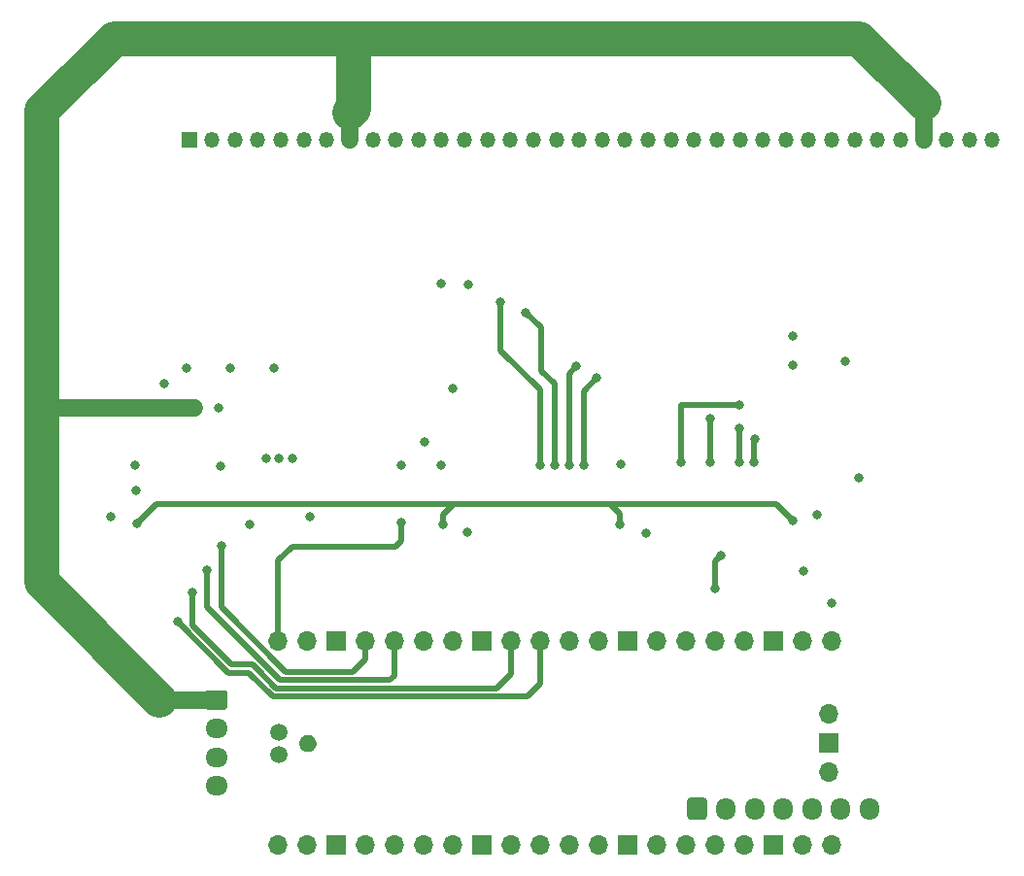
<source format=gbr>
%TF.GenerationSoftware,KiCad,Pcbnew,(5.1.9)-1*%
%TF.CreationDate,2021-04-30T23:03:23+10:00*%
%TF.ProjectId,RedPyKeeb_MCU,52656450-794b-4656-9562-5f4d43552e6b,rev?*%
%TF.SameCoordinates,Original*%
%TF.FileFunction,Copper,L3,Inr*%
%TF.FilePolarity,Positive*%
%FSLAX46Y46*%
G04 Gerber Fmt 4.6, Leading zero omitted, Abs format (unit mm)*
G04 Created by KiCad (PCBNEW (5.1.9)-1) date 2021-04-30 23:03:23*
%MOMM*%
%LPD*%
G01*
G04 APERTURE LIST*
%TA.AperFunction,ComponentPad*%
%ADD10O,1.700000X1.700000*%
%TD*%
%TA.AperFunction,ComponentPad*%
%ADD11R,1.700000X1.700000*%
%TD*%
%TA.AperFunction,ComponentPad*%
%ADD12C,1.500000*%
%TD*%
%TA.AperFunction,ComponentPad*%
%ADD13C,0.100000*%
%TD*%
%TA.AperFunction,ComponentPad*%
%ADD14O,1.700000X1.950000*%
%TD*%
%TA.AperFunction,ComponentPad*%
%ADD15O,1.950000X1.700000*%
%TD*%
%TA.AperFunction,ComponentPad*%
%ADD16R,1.350000X1.350000*%
%TD*%
%TA.AperFunction,ComponentPad*%
%ADD17O,1.350000X1.350000*%
%TD*%
%TA.AperFunction,ViaPad*%
%ADD18C,0.800000*%
%TD*%
%TA.AperFunction,Conductor*%
%ADD19C,1.524000*%
%TD*%
%TA.AperFunction,Conductor*%
%ADD20C,3.048000*%
%TD*%
%TA.AperFunction,Conductor*%
%ADD21C,0.508000*%
%TD*%
G04 APERTURE END LIST*
D10*
%TO.N,Net-(U0-Pad1)*%
%TO.C,U0*%
X63628600Y-82089900D03*
%TO.N,Net-(U0-Pad2)*%
X66168600Y-82089900D03*
D11*
%TO.N,Net-(U0-Pad3)*%
X68708600Y-82089900D03*
D10*
%TO.N,LED_SCL_STATUS0_PICO*%
X71248600Y-82089900D03*
%TO.N,LED_SDA_STATUS0_PICO*%
X73788600Y-82089900D03*
%TO.N,Net-(U0-Pad6)*%
X76328600Y-82089900D03*
%TO.N,Net-(U0-Pad7)*%
X78868600Y-82089900D03*
D11*
%TO.N,Net-(U0-Pad8)*%
X81408600Y-82089900D03*
D10*
%TO.N,LED_SCL_ROW0_PICO*%
X83948600Y-82089900D03*
%TO.N,LED_SDA_ROW0_PICO*%
X86488600Y-82089900D03*
%TO.N,Net-(U0-Pad11)*%
X89028600Y-82089900D03*
%TO.N,Net-(U0-Pad12)*%
X91568600Y-82089900D03*
D11*
%TO.N,Net-(U0-Pad13)*%
X94108600Y-82089900D03*
D10*
%TO.N,SPI_CLK_PICO*%
X96648600Y-82089900D03*
%TO.N,SPI_MOSI_PICO*%
X99188600Y-82089900D03*
%TO.N,SPI_MISO_PICO*%
X101728600Y-82089900D03*
%TO.N,PICO_33_REF*%
X104268600Y-82089900D03*
D11*
%TO.N,Net-(U0-Pad18)*%
X106808600Y-82089900D03*
D10*
%TO.N,Net-(U0-Pad19)*%
X109348600Y-82089900D03*
%TO.N,Net-(U0-Pad20)*%
X111888600Y-82089900D03*
%TO.N,Net-(U0-Pad21)*%
X111888600Y-99869900D03*
%TO.N,Net-(J2-Pad5)*%
X109348600Y-99869900D03*
D11*
%TO.N,Net-(U0-Pad23)*%
X106808600Y-99869900D03*
D10*
%TO.N,Net-(J2-Pad3)*%
X104268600Y-99869900D03*
%TO.N,Net-(J2-Pad4)*%
X101728600Y-99869900D03*
%TO.N,Net-(J2-Pad6)*%
X99188600Y-99869900D03*
%TO.N,Net-(J2-Pad7)*%
X96648600Y-99869900D03*
D11*
%TO.N,Net-(U0-Pad28)*%
X94108600Y-99869900D03*
D10*
%TO.N,Net-(U0-Pad29)*%
X91568600Y-99869900D03*
%TO.N,Net-(U0-Pad30)*%
X89028600Y-99869900D03*
%TO.N,Net-(U0-Pad31)*%
X86488600Y-99869900D03*
%TO.N,Net-(U0-Pad32)*%
X83948600Y-99869900D03*
D11*
%TO.N,Net-(U0-Pad33)*%
X81408600Y-99869900D03*
D10*
%TO.N,Net-(U0-Pad34)*%
X78868600Y-99869900D03*
%TO.N,Net-(U0-Pad35)*%
X76328600Y-99869900D03*
%TO.N,Net-(J2-Pad1)*%
X73788600Y-99869900D03*
%TO.N,Net-(U0-Pad37)*%
X71248600Y-99869900D03*
D11*
%TO.N,Net-(J2-Pad2)*%
X68708600Y-99869900D03*
D10*
%TO.N,MAIN_VBUS*%
X66168600Y-99869900D03*
%TO.N,Net-(U0-Pad40)*%
X63628600Y-99869900D03*
%TO.N,Net-(U0-Pad41)*%
X111658600Y-88439900D03*
D11*
%TO.N,Net-(U0-Pad42)*%
X111658600Y-90979900D03*
D10*
%TO.N,Net-(U0-Pad43)*%
X111658600Y-93519900D03*
D12*
%TO.N,USB_DP*%
X63758600Y-89979900D03*
%TO.N,USB_DN*%
X63758600Y-91979900D03*
%TA.AperFunction,ComponentPad*%
D13*
%TO.N,GNDPWR*%
G36*
X65516718Y-90869852D02*
G01*
X65531077Y-90797665D01*
X65552442Y-90727233D01*
X65580608Y-90659234D01*
X65615304Y-90594323D01*
X65656194Y-90533126D01*
X65702887Y-90476231D01*
X65709817Y-90469301D01*
X65712406Y-90460766D01*
X65717027Y-90452121D01*
X65723245Y-90444545D01*
X65730821Y-90438327D01*
X65739466Y-90433706D01*
X65748001Y-90431117D01*
X65754931Y-90424187D01*
X65811826Y-90377494D01*
X65873023Y-90336604D01*
X65937934Y-90301908D01*
X66005933Y-90273742D01*
X66076365Y-90252377D01*
X66148552Y-90238018D01*
X66221799Y-90230803D01*
X66295401Y-90230803D01*
X66368648Y-90238018D01*
X66440835Y-90252377D01*
X66511267Y-90273742D01*
X66579266Y-90301908D01*
X66644177Y-90336604D01*
X66705374Y-90377494D01*
X66762269Y-90424187D01*
X66769199Y-90431117D01*
X66777734Y-90433706D01*
X66786379Y-90438327D01*
X66793955Y-90444545D01*
X66800173Y-90452121D01*
X66804794Y-90460766D01*
X66807383Y-90469301D01*
X66814313Y-90476231D01*
X66861006Y-90533126D01*
X66901896Y-90594323D01*
X66936592Y-90659234D01*
X66964758Y-90727233D01*
X66986123Y-90797665D01*
X67000482Y-90869852D01*
X67007697Y-90943099D01*
X67007697Y-91016701D01*
X67000482Y-91089948D01*
X66986123Y-91162135D01*
X66964758Y-91232567D01*
X66936592Y-91300566D01*
X66901896Y-91365477D01*
X66861006Y-91426674D01*
X66814313Y-91483569D01*
X66807383Y-91490499D01*
X66804794Y-91499034D01*
X66800173Y-91507679D01*
X66793955Y-91515255D01*
X66786379Y-91521473D01*
X66777734Y-91526094D01*
X66769199Y-91528683D01*
X66762269Y-91535613D01*
X66705374Y-91582306D01*
X66644177Y-91623196D01*
X66579266Y-91657892D01*
X66511267Y-91686058D01*
X66440835Y-91707423D01*
X66368648Y-91721782D01*
X66295401Y-91728997D01*
X66221799Y-91728997D01*
X66148552Y-91721782D01*
X66076365Y-91707423D01*
X66005933Y-91686058D01*
X65937934Y-91657892D01*
X65873023Y-91623196D01*
X65811826Y-91582306D01*
X65754931Y-91535613D01*
X65748001Y-91528683D01*
X65739466Y-91526094D01*
X65730821Y-91521473D01*
X65723245Y-91515255D01*
X65717027Y-91507679D01*
X65712406Y-91499034D01*
X65709817Y-91490499D01*
X65702887Y-91483569D01*
X65656194Y-91426674D01*
X65615304Y-91365477D01*
X65580608Y-91300566D01*
X65552442Y-91232567D01*
X65531077Y-91162135D01*
X65516718Y-91089948D01*
X65509503Y-91016701D01*
X65509503Y-90943099D01*
X65516718Y-90869852D01*
G37*
%TD.AperFunction*%
%TD*%
D14*
%TO.N,Net-(J2-Pad7)*%
%TO.C,J2*%
X115177600Y-96672400D03*
%TO.N,Net-(J2-Pad6)*%
X112677600Y-96672400D03*
%TO.N,Net-(J2-Pad5)*%
X110177600Y-96672400D03*
%TO.N,Net-(J2-Pad4)*%
X107677600Y-96672400D03*
%TO.N,Net-(J2-Pad3)*%
X105177600Y-96672400D03*
%TO.N,Net-(J2-Pad2)*%
X102677600Y-96672400D03*
%TO.N,Net-(J2-Pad1)*%
%TA.AperFunction,ComponentPad*%
G36*
G01*
X99327600Y-97397400D02*
X99327600Y-95947400D01*
G75*
G02*
X99577600Y-95697400I250000J0D01*
G01*
X100777600Y-95697400D01*
G75*
G02*
X101027600Y-95947400I0J-250000D01*
G01*
X101027600Y-97397400D01*
G75*
G02*
X100777600Y-97647400I-250000J0D01*
G01*
X99577600Y-97647400D01*
G75*
G02*
X99327600Y-97397400I0J250000D01*
G01*
G37*
%TD.AperFunction*%
%TD*%
D15*
%TO.N,GNDPWR*%
%TO.C,J0*%
X58267600Y-94687400D03*
%TO.N,USB_DN*%
X58267600Y-92187400D03*
%TO.N,USB_DP*%
X58267600Y-89687400D03*
%TO.N,MAIN_VBUS*%
%TA.AperFunction,ComponentPad*%
G36*
G01*
X57542600Y-86337400D02*
X58992600Y-86337400D01*
G75*
G02*
X59242600Y-86587400I0J-250000D01*
G01*
X59242600Y-87787400D01*
G75*
G02*
X58992600Y-88037400I-250000J0D01*
G01*
X57542600Y-88037400D01*
G75*
G02*
X57292600Y-87787400I0J250000D01*
G01*
X57292600Y-86587400D01*
G75*
G02*
X57542600Y-86337400I250000J0D01*
G01*
G37*
%TD.AperFunction*%
%TD*%
D16*
%TO.N,KEY_ROW0*%
%TO.C,J1*%
X55905400Y-38366700D03*
D17*
%TO.N,KEY_ROW1*%
X57905400Y-38366700D03*
%TO.N,KEY_ROW2*%
X59905400Y-38366700D03*
%TO.N,KEY_ROW3*%
X61905400Y-38366700D03*
%TO.N,KEY_ROW4*%
X63905400Y-38366700D03*
%TO.N,KEY_ROW5*%
X65905400Y-38366700D03*
%TO.N,KEY_ROW6*%
X67905400Y-38366700D03*
%TO.N,MAIN_VBUS*%
X69905400Y-38366700D03*
%TO.N,LED_SDA_ROW0*%
X71905400Y-38366700D03*
%TO.N,LED_SCL_ROW0*%
X73905400Y-38366700D03*
%TO.N,GNDPWR*%
X75905400Y-38366700D03*
%TO.N,KEY_COL0*%
X77905400Y-38366700D03*
%TO.N,KEY_COL1*%
X79905400Y-38366700D03*
%TO.N,KEY_COL2*%
X81905400Y-38366700D03*
%TO.N,KEY_COL3*%
X83905400Y-38366700D03*
%TO.N,KEY_COL4*%
X85905400Y-38366700D03*
%TO.N,KEY_COL5*%
X87905400Y-38366700D03*
%TO.N,KEY_COL6*%
X89905400Y-38366700D03*
%TO.N,KEY_COL7*%
X91905400Y-38366700D03*
%TO.N,KEY_COL8*%
X93905400Y-38366700D03*
%TO.N,KEY_COL9*%
X95905400Y-38366700D03*
%TO.N,KEY_COL10*%
X97905400Y-38366700D03*
%TO.N,KEY_COL11*%
X99905400Y-38366700D03*
%TO.N,KEY_COL12*%
X101905400Y-38366700D03*
%TO.N,KEY_COL13*%
X103905400Y-38366700D03*
%TO.N,KEY_COL14*%
X105905400Y-38366700D03*
%TO.N,KEY_COL15*%
X107905400Y-38366700D03*
%TO.N,KEY_COL16*%
X109905400Y-38366700D03*
%TO.N,KEY_COL17*%
X111905400Y-38366700D03*
%TO.N,KEY_COL18*%
X113905400Y-38366700D03*
%TO.N,KEY_COL19*%
X115905400Y-38366700D03*
%TO.N,KEY_COL20*%
X117905400Y-38366700D03*
%TO.N,MAIN_VBUS*%
X119905400Y-38366700D03*
%TO.N,LED_SDA_STATUS0*%
X121905400Y-38366700D03*
%TO.N,LED_SCL_STATUS0*%
X123905400Y-38366700D03*
%TO.N,GNDPWR*%
X125905400Y-38366700D03*
%TD*%
D18*
%TO.N,GNDPWR*%
X61214000Y-71882000D03*
X58470800Y-61722000D03*
X108521500Y-57975500D03*
X59499500Y-58280300D03*
X63322200Y-58280300D03*
X110617000Y-71069200D03*
X66471800Y-71221600D03*
X77825600Y-50927000D03*
X49072800Y-71221600D03*
X51308000Y-68906300D03*
X80111600Y-72593200D03*
X95732600Y-72669400D03*
%TO.N,MAIN_VBUS*%
X56337200Y-61722000D03*
X108508800Y-55486300D03*
X55702200Y-58267600D03*
X114274600Y-67843400D03*
X93522800Y-66602700D03*
X77889100Y-66729700D03*
X80225900Y-50965100D03*
X51227900Y-66729700D03*
%TO.N,IO_INT0*%
X86461600Y-66700400D03*
X83058000Y-52476400D03*
%TO.N,IO_INT1*%
X87731600Y-66700400D03*
X85242400Y-53390800D03*
%TO.N,IO_INT2*%
X89001600Y-66700400D03*
X89611200Y-58115200D03*
%TO.N,IO_INT3*%
X90271600Y-66700400D03*
X91389200Y-59131200D03*
%TO.N,PICO_33_REF*%
X98793300Y-66473300D03*
X93459300Y-71873200D03*
X108496100Y-71555700D03*
X78016100Y-71885900D03*
X51346100Y-71822400D03*
X103822500Y-61480700D03*
%TO.N,Net-(U0-Pad21)*%
X63703200Y-66090800D03*
%TO.N,LED_SCL_STATUS0*%
X58674000Y-66802000D03*
X53746400Y-59639200D03*
%TO.N,Net-(U0-Pad1)*%
X74422000Y-71729600D03*
%TO.N,SPI_MISO_PICO*%
X102222300Y-74625200D03*
X101728600Y-77519200D03*
%TO.N,Net-(U0-Pad19)*%
X109423200Y-75946000D03*
X64871600Y-66090800D03*
%TO.N,Net-(U0-Pad20)*%
X111888600Y-78763800D03*
X62585600Y-66090800D03*
%TO.N,SPI_MISO*%
X105156000Y-66446400D03*
X105206800Y-64414400D03*
%TO.N,SPI_MOSI*%
X103886000Y-66497200D03*
X103886000Y-63500000D03*
%TO.N,SPI_CLK*%
X101346000Y-66497200D03*
X101346000Y-62636400D03*
%TO.N,IO_CS0*%
X74422000Y-66751200D03*
X78892400Y-59994800D03*
%TO.N,IO_CS1*%
X113080800Y-57658000D03*
X76403200Y-64719200D03*
%TO.N,LED_SCL_STATUS0_PICO*%
X58694301Y-73741299D03*
%TO.N,LED_SDA_STATUS0_PICO*%
X57424301Y-75864701D03*
%TO.N,LED_SCL_ROW0_PICO*%
X56154301Y-77845901D03*
%TO.N,LED_SDA_ROW0_PICO*%
X54884301Y-80385901D03*
%TD*%
D19*
%TO.N,MAIN_VBUS*%
X58267600Y-87187400D02*
X53354600Y-87187400D01*
X119905400Y-35171000D02*
X119905400Y-38366700D01*
D20*
X53354600Y-87187400D02*
X43078400Y-76911200D01*
X43078400Y-35814000D02*
X49377600Y-29514800D01*
X49377600Y-29514800D02*
X70205600Y-29514800D01*
X114249200Y-29514800D02*
X119905400Y-35171000D01*
X70205600Y-29514800D02*
X114249200Y-29514800D01*
X70205600Y-35661600D02*
X69905400Y-35961800D01*
X70205600Y-29514800D02*
X70205600Y-35661600D01*
D19*
X69905400Y-38366700D02*
X69905400Y-35961800D01*
X43230800Y-61722000D02*
X43078400Y-61874400D01*
X56337200Y-61722000D02*
X43230800Y-61722000D01*
D20*
X43078400Y-61874400D02*
X43078400Y-35814000D01*
X43078400Y-76911200D02*
X43078400Y-61874400D01*
D21*
%TO.N,IO_INT0*%
X86461600Y-60147200D02*
X86461600Y-66700400D01*
X83058000Y-56743600D02*
X86461600Y-60147200D01*
X83058000Y-52476400D02*
X83058000Y-56743600D01*
%TO.N,IO_INT1*%
X87731600Y-66700400D02*
X87731600Y-59639200D01*
X87731600Y-59639200D02*
X86563200Y-58470800D01*
X86563200Y-54711600D02*
X85242400Y-53390800D01*
X86563200Y-58470800D02*
X86563200Y-54711600D01*
%TO.N,IO_INT2*%
X89001600Y-66700400D02*
X89001600Y-58724800D01*
X89001600Y-58724800D02*
X89611200Y-58115200D01*
X89611200Y-58115200D02*
X89611200Y-58115200D01*
%TO.N,IO_INT3*%
X90271600Y-66700400D02*
X90271600Y-60248800D01*
X90271600Y-60248800D02*
X91389200Y-59131200D01*
X91389200Y-59131200D02*
X91389200Y-59131200D01*
%TO.N,PICO_33_REF*%
X93459300Y-71873200D02*
X93459300Y-70954900D01*
X93459300Y-70954900D02*
X92608400Y-70104000D01*
X92608400Y-70104000D02*
X78943200Y-70104000D01*
X78016100Y-71031100D02*
X78016100Y-71885900D01*
X78943200Y-70104000D02*
X78016100Y-71031100D01*
X107044400Y-70104000D02*
X108496100Y-71555700D01*
X92608400Y-70104000D02*
X107044400Y-70104000D01*
X78943200Y-70104000D02*
X53035200Y-70104000D01*
X53035200Y-70104000D02*
X51358800Y-71780400D01*
X98793300Y-66473300D02*
X98793300Y-61480700D01*
X98793300Y-61480700D02*
X103822500Y-61480700D01*
X103822500Y-61480700D02*
X103822500Y-61480700D01*
%TO.N,Net-(U0-Pad1)*%
X63628600Y-82089900D02*
X63628600Y-75055400D01*
X63628600Y-75055400D02*
X64871600Y-73812400D01*
X64871600Y-73812400D02*
X73914000Y-73812400D01*
X73914000Y-73812400D02*
X74422000Y-73304400D01*
X74422000Y-73304400D02*
X74422000Y-71729600D01*
X74422000Y-71729600D02*
X74422000Y-71729600D01*
%TO.N,SPI_MISO_PICO*%
X101728600Y-75118900D02*
X102222300Y-74625200D01*
X101728600Y-77519200D02*
X101728600Y-75118900D01*
%TO.N,SPI_MISO*%
X105156000Y-64465200D02*
X105206800Y-64414400D01*
X105156000Y-66446400D02*
X105156000Y-64465200D01*
%TO.N,SPI_MOSI*%
X103886000Y-66497200D02*
X103886000Y-63500000D01*
%TO.N,SPI_CLK*%
X101346000Y-62636400D02*
X101346000Y-66497200D01*
%TO.N,LED_SCL_STATUS0_PICO*%
X58694301Y-79085523D02*
X64352748Y-84743970D01*
X58694301Y-73741299D02*
X58694301Y-79085523D01*
X64352748Y-84743970D02*
X70196030Y-84743970D01*
X71248600Y-83691400D02*
X71248600Y-82089900D01*
X70196030Y-84743970D02*
X71248600Y-83691400D01*
%TO.N,LED_SDA_STATUS0_PICO*%
X73788600Y-85063000D02*
X73788600Y-82089900D01*
X73399620Y-85451980D02*
X73788600Y-85063000D01*
X63781732Y-85451980D02*
X73399620Y-85451980D01*
X57424301Y-79094549D02*
X63781732Y-85451980D01*
X57424301Y-75864701D02*
X57424301Y-79094549D01*
%TO.N,LED_SCL_ROW0_PICO*%
X83948600Y-84910600D02*
X83948600Y-82089900D01*
X56154301Y-77845901D02*
X56154301Y-80654625D01*
X61431067Y-84102590D02*
X61845810Y-84517334D01*
X59602266Y-84102590D02*
X61431067Y-84102590D01*
X56154301Y-80654625D02*
X59602266Y-84102590D01*
X61845810Y-84517334D02*
X63488466Y-86159990D01*
X82699210Y-86159990D02*
X83948600Y-84910600D01*
X63488466Y-86159990D02*
X82699210Y-86159990D01*
%TO.N,LED_SDA_ROW0_PICO*%
X86488600Y-85774200D02*
X86488600Y-82089900D01*
X85394800Y-86868000D02*
X86488600Y-85774200D01*
X63195200Y-86868000D02*
X85394800Y-86868000D01*
X61137800Y-84810600D02*
X63195200Y-86868000D01*
X59309000Y-84810600D02*
X61137800Y-84810600D01*
X54884301Y-80385901D02*
X59309000Y-84810600D01*
%TD*%
M02*

</source>
